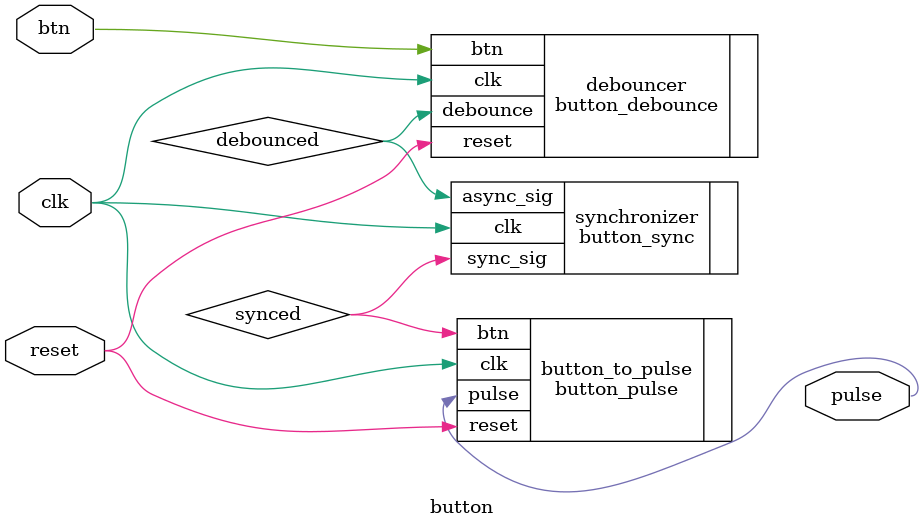
<source format=v>

`timescale 1ns / 1ps

`include "button_debounce.v"
`include "button_sync.v"
`include "button_pulse.v"

module button(
    input wire clk, 
    input wire reset, 
    input wire btn,
    output wire pulse
);
    wire debounced;
    button_debounce debouncer(
        .clk(clk), 
        .reset(reset), 
        .btn(btn), 
        .debounce(debounced)
    );

    wire synced;
    button_sync synchronizer(
        .clk(clk), 
        .async_sig(debounced), 
        .sync_sig(synced)
    );

    button_pulse button_to_pulse(
        .clk(clk), 
        .reset(reset), 
        .btn(synced),
        .pulse(pulse)
    );
endmodule

</source>
